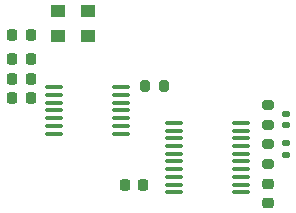
<source format=gbp>
G04 #@! TF.GenerationSoftware,KiCad,Pcbnew,8.0.3*
G04 #@! TF.CreationDate,2024-11-06T17:03:22+01:00*
G04 #@! TF.ProjectId,UNOtdc,554e4f74-6463-42e6-9b69-6361645f7063,1.10*
G04 #@! TF.SameCoordinates,Original*
G04 #@! TF.FileFunction,Paste,Bot*
G04 #@! TF.FilePolarity,Positive*
%FSLAX46Y46*%
G04 Gerber Fmt 4.6, Leading zero omitted, Abs format (unit mm)*
G04 Created by KiCad (PCBNEW 8.0.3) date 2024-11-06 17:03:22*
%MOMM*%
%LPD*%
G01*
G04 APERTURE LIST*
G04 Aperture macros list*
%AMRoundRect*
0 Rectangle with rounded corners*
0 $1 Rounding radius*
0 $2 $3 $4 $5 $6 $7 $8 $9 X,Y pos of 4 corners*
0 Add a 4 corners polygon primitive as box body*
4,1,4,$2,$3,$4,$5,$6,$7,$8,$9,$2,$3,0*
0 Add four circle primitives for the rounded corners*
1,1,$1+$1,$2,$3*
1,1,$1+$1,$4,$5*
1,1,$1+$1,$6,$7*
1,1,$1+$1,$8,$9*
0 Add four rect primitives between the rounded corners*
20,1,$1+$1,$2,$3,$4,$5,0*
20,1,$1+$1,$4,$5,$6,$7,0*
20,1,$1+$1,$6,$7,$8,$9,0*
20,1,$1+$1,$8,$9,$2,$3,0*%
G04 Aperture macros list end*
%ADD10RoundRect,0.147500X-0.172500X0.147500X-0.172500X-0.147500X0.172500X-0.147500X0.172500X0.147500X0*%
%ADD11RoundRect,0.225000X-0.225000X-0.250000X0.225000X-0.250000X0.225000X0.250000X-0.225000X0.250000X0*%
%ADD12RoundRect,0.147500X0.172500X-0.147500X0.172500X0.147500X-0.172500X0.147500X-0.172500X-0.147500X0*%
%ADD13RoundRect,0.225000X0.225000X0.250000X-0.225000X0.250000X-0.225000X-0.250000X0.225000X-0.250000X0*%
%ADD14RoundRect,0.225000X-0.250000X0.225000X-0.250000X-0.225000X0.250000X-0.225000X0.250000X0.225000X0*%
%ADD15RoundRect,0.200000X0.200000X0.275000X-0.200000X0.275000X-0.200000X-0.275000X0.200000X-0.275000X0*%
%ADD16R,1.200000X1.100000*%
%ADD17RoundRect,0.200000X0.275000X-0.200000X0.275000X0.200000X-0.275000X0.200000X-0.275000X-0.200000X0*%
%ADD18RoundRect,0.100000X-0.637500X-0.100000X0.637500X-0.100000X0.637500X0.100000X-0.637500X0.100000X0*%
%ADD19RoundRect,0.100000X0.637500X0.100000X-0.637500X0.100000X-0.637500X-0.100000X0.637500X-0.100000X0*%
%ADD20RoundRect,0.200000X-0.275000X0.200000X-0.275000X-0.200000X0.275000X-0.200000X0.275000X0.200000X0*%
G04 APERTURE END LIST*
D10*
X121499000Y-70104000D03*
X121499000Y-71074000D03*
D11*
X98372000Y-64643000D03*
X99922000Y-64643000D03*
X98372000Y-62992000D03*
X99922000Y-62992000D03*
D12*
X121499000Y-68557000D03*
X121499000Y-67587000D03*
D13*
X99922000Y-60960000D03*
X98372000Y-60960000D03*
D14*
X120025800Y-73558400D03*
X120025800Y-75108400D03*
D15*
X111211000Y-65278000D03*
X109561000Y-65278000D03*
D16*
X102195000Y-58894000D03*
X104735000Y-58894000D03*
X104735000Y-61004000D03*
X102195000Y-60994000D03*
D13*
X109434000Y-73660000D03*
X107884000Y-73660000D03*
D11*
X98372000Y-66294000D03*
X99922000Y-66294000D03*
D17*
X119975000Y-68516000D03*
X119975000Y-66866000D03*
D18*
X112032500Y-74228000D03*
X112032500Y-73578000D03*
X112032500Y-72928000D03*
X112032500Y-72278000D03*
X112032500Y-71628000D03*
X112032500Y-70978000D03*
X112032500Y-70328000D03*
X112032500Y-69678000D03*
X112032500Y-69028000D03*
X112032500Y-68378000D03*
X117757500Y-68378000D03*
X117757500Y-69028000D03*
X117757500Y-69678000D03*
X117757500Y-70328000D03*
X117757500Y-70978000D03*
X117757500Y-71628000D03*
X117757500Y-72278000D03*
X117757500Y-72928000D03*
X117757500Y-73578000D03*
X117757500Y-74228000D03*
D19*
X107597500Y-65360000D03*
X107597500Y-66010000D03*
X107597500Y-66660000D03*
X107597500Y-67310000D03*
X107597500Y-67960000D03*
X107597500Y-68610000D03*
X107597500Y-69260000D03*
X101872500Y-69260000D03*
X101872500Y-68610000D03*
X101872500Y-67960000D03*
X101872500Y-67310000D03*
X101872500Y-66660000D03*
X101872500Y-66010000D03*
X101872500Y-65360000D03*
D20*
X119975000Y-70168000D03*
X119975000Y-71818000D03*
M02*

</source>
